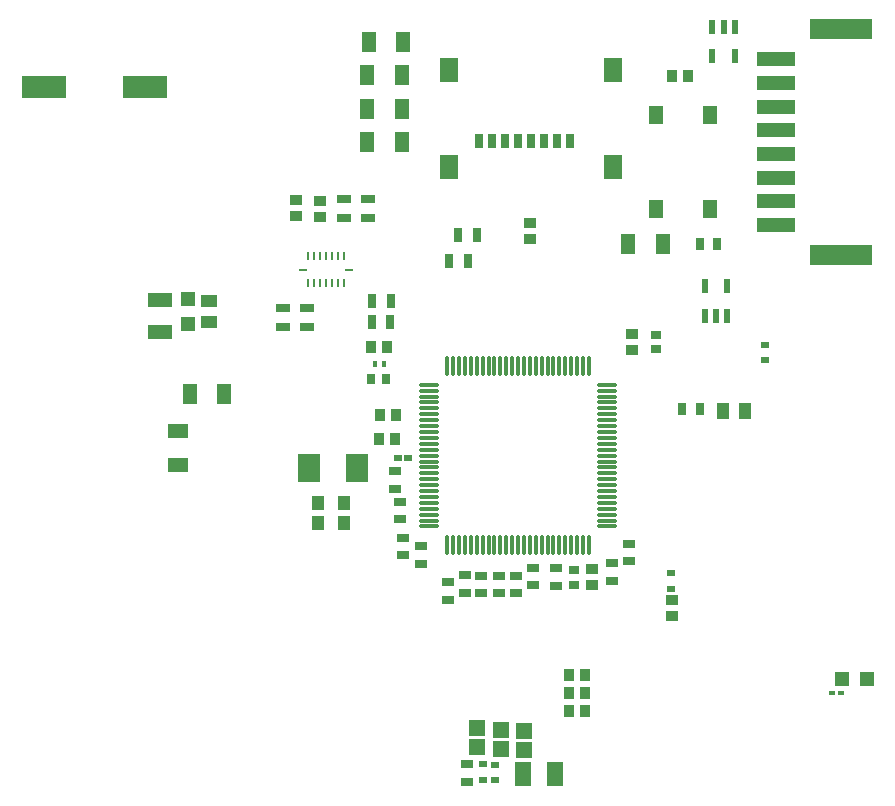
<source format=gtp>
G04*
G04 #@! TF.GenerationSoftware,Altium Limited,Altium Designer,23.5.1 (21)*
G04*
G04 Layer_Color=8421504*
%FSLAX25Y25*%
%MOIN*%
G70*
G04*
G04 #@! TF.SameCoordinates,80D67788-F2EE-4A8B-BDA7-D5AA6EA99E9C*
G04*
G04*
G04 #@! TF.FilePolarity,Positive*
G04*
G01*
G75*
%ADD18R,0.02992X0.02047*%
%ADD19R,0.03937X0.02953*%
%ADD20R,0.02985X0.03197*%
%ADD21O,0.07087X0.01181*%
%ADD22O,0.01181X0.07087*%
%ADD23R,0.03543X0.03937*%
%ADD24R,0.01575X0.01968*%
%ADD25R,0.03937X0.03543*%
%ADD26R,0.03150X0.04921*%
%ADD27R,0.04921X0.03150*%
%ADD28R,0.00984X0.02657*%
%ADD29R,0.02657X0.00984*%
%ADD30R,0.05315X0.03937*%
%ADD31R,0.08000X0.04500*%
%ADD32R,0.04724X0.04724*%
%ADD33R,0.06922X0.04551*%
%ADD34R,0.04551X0.06922*%
%ADD35R,0.07480X0.09449*%
%ADD36R,0.04331X0.04921*%
%ADD37R,0.02559X0.02362*%
%ADD38R,0.05591X0.08386*%
%ADD39R,0.05709X0.05315*%
%ADD40R,0.02165X0.01772*%
%ADD41R,0.04724X0.04724*%
%ADD42R,0.04134X0.03543*%
%ADD43R,0.03543X0.02953*%
%ADD44R,0.03963X0.05544*%
%ADD45R,0.02362X0.04528*%
%ADD46R,0.04528X0.07087*%
%ADD47R,0.03150X0.03937*%
%ADD48R,0.20866X0.06693*%
%ADD49R,0.12598X0.04724*%
%ADD50R,0.05118X0.06102*%
%ADD51R,0.03150X0.04724*%
%ADD52R,0.05906X0.07874*%
%ADD53R,0.14961X0.07677*%
%ADD54R,0.03150X0.02362*%
D18*
X365300Y381939D02*
D03*
Y386861D02*
D03*
D19*
X282400Y309953D02*
D03*
Y304047D02*
D03*
X241900Y338847D02*
D03*
Y344753D02*
D03*
X243500Y328747D02*
D03*
Y334653D02*
D03*
X244800Y322653D02*
D03*
Y316747D02*
D03*
X250600Y319853D02*
D03*
Y313947D02*
D03*
X265900Y241347D02*
D03*
Y247253D02*
D03*
X259700Y301847D02*
D03*
Y307753D02*
D03*
X265200Y310053D02*
D03*
Y304147D02*
D03*
X270800Y304047D02*
D03*
Y309953D02*
D03*
X276600D02*
D03*
Y304047D02*
D03*
X288000Y312653D02*
D03*
Y306747D02*
D03*
X295500Y312553D02*
D03*
Y306647D02*
D03*
X314200Y308147D02*
D03*
Y314053D02*
D03*
X320100Y320653D02*
D03*
Y314747D02*
D03*
D20*
X239069Y375600D02*
D03*
X234132D02*
D03*
D21*
X253276Y373622D02*
D03*
Y371654D02*
D03*
Y369685D02*
D03*
Y367717D02*
D03*
Y365748D02*
D03*
Y363779D02*
D03*
Y361811D02*
D03*
Y359842D02*
D03*
Y357874D02*
D03*
Y355906D02*
D03*
Y353937D02*
D03*
Y351969D02*
D03*
Y350000D02*
D03*
Y348031D02*
D03*
Y346063D02*
D03*
Y344094D02*
D03*
Y342126D02*
D03*
Y340158D02*
D03*
Y338189D02*
D03*
Y336221D02*
D03*
Y334252D02*
D03*
Y332283D02*
D03*
Y330315D02*
D03*
Y328346D02*
D03*
Y326378D02*
D03*
X312724D02*
D03*
Y328346D02*
D03*
Y330315D02*
D03*
Y332283D02*
D03*
Y334252D02*
D03*
Y336221D02*
D03*
Y338189D02*
D03*
Y340158D02*
D03*
Y342126D02*
D03*
Y344094D02*
D03*
Y346063D02*
D03*
Y348031D02*
D03*
Y350000D02*
D03*
Y351969D02*
D03*
Y353937D02*
D03*
Y355906D02*
D03*
Y357874D02*
D03*
Y359842D02*
D03*
Y361811D02*
D03*
Y363779D02*
D03*
Y365748D02*
D03*
Y367717D02*
D03*
Y369685D02*
D03*
Y371654D02*
D03*
Y373622D02*
D03*
D22*
X259378Y320276D02*
D03*
X261347D02*
D03*
X263315D02*
D03*
X265283D02*
D03*
X267252D02*
D03*
X269220D02*
D03*
X271189D02*
D03*
X273158D02*
D03*
X275126D02*
D03*
X277095D02*
D03*
X279063D02*
D03*
X281031D02*
D03*
X283000D02*
D03*
X284968D02*
D03*
X286937D02*
D03*
X288906D02*
D03*
X290874D02*
D03*
X292843D02*
D03*
X294811D02*
D03*
X296779D02*
D03*
X298748D02*
D03*
X300716D02*
D03*
X302685D02*
D03*
X304654D02*
D03*
X306622D02*
D03*
Y379724D02*
D03*
X304654D02*
D03*
X302685D02*
D03*
X300716D02*
D03*
X298748D02*
D03*
X296779D02*
D03*
X294811D02*
D03*
X292843D02*
D03*
X290874D02*
D03*
X288906D02*
D03*
X286937D02*
D03*
X284968D02*
D03*
X283000D02*
D03*
X281031D02*
D03*
X279063D02*
D03*
X277095D02*
D03*
X275126D02*
D03*
X273158D02*
D03*
X271189D02*
D03*
X269220D02*
D03*
X267252D02*
D03*
X265283D02*
D03*
X263315D02*
D03*
X261347D02*
D03*
X259378D02*
D03*
D23*
X241858Y355600D02*
D03*
X236543D02*
D03*
X242357Y363500D02*
D03*
X237042D02*
D03*
X234142Y386100D02*
D03*
X239458D02*
D03*
X339657Y476500D02*
D03*
X334343D02*
D03*
X305258Y276900D02*
D03*
X299942D02*
D03*
Y270900D02*
D03*
X305258D02*
D03*
X299985Y264900D02*
D03*
X305300D02*
D03*
D24*
X235225Y380700D02*
D03*
X238375D02*
D03*
D25*
X287000Y427572D02*
D03*
Y422258D02*
D03*
X217000Y429685D02*
D03*
Y435000D02*
D03*
X209000Y429843D02*
D03*
Y435157D02*
D03*
X307700Y312057D02*
D03*
Y306743D02*
D03*
X321000Y385343D02*
D03*
Y390657D02*
D03*
D26*
X234350Y401500D02*
D03*
X240650D02*
D03*
X259850Y415000D02*
D03*
X266150D02*
D03*
X269150Y423500D02*
D03*
X262850D02*
D03*
X240450Y394400D02*
D03*
X234150D02*
D03*
D27*
X233000Y435650D02*
D03*
Y429350D02*
D03*
X225000D02*
D03*
Y435650D02*
D03*
X212500Y399150D02*
D03*
Y392850D02*
D03*
X204500Y399150D02*
D03*
Y392850D02*
D03*
D28*
X213094Y416587D02*
D03*
X215063D02*
D03*
X217032D02*
D03*
X219000D02*
D03*
X220969D02*
D03*
X222937D02*
D03*
X224905D02*
D03*
Y407413D02*
D03*
X222937D02*
D03*
X220969D02*
D03*
X219000D02*
D03*
X217032D02*
D03*
X215063D02*
D03*
X213094D02*
D03*
D29*
X226539Y412000D02*
D03*
X211461D02*
D03*
D30*
X180039Y394413D02*
D03*
Y401500D02*
D03*
D31*
X163539Y391250D02*
D03*
Y401750D02*
D03*
D32*
X173039Y393823D02*
D03*
Y402091D02*
D03*
D33*
X169500Y346885D02*
D03*
Y358115D02*
D03*
D34*
X185000Y370500D02*
D03*
X173771D02*
D03*
D35*
X229471Y346000D02*
D03*
X213329D02*
D03*
D36*
X216400Y334146D02*
D03*
Y327453D02*
D03*
X224900Y334146D02*
D03*
Y327453D02*
D03*
D37*
X243027Y349200D02*
D03*
X246373D02*
D03*
D38*
X284685Y243800D02*
D03*
X295315D02*
D03*
D39*
X269300Y252950D02*
D03*
Y259250D02*
D03*
X277300Y252350D02*
D03*
Y258650D02*
D03*
X284900Y251850D02*
D03*
Y258150D02*
D03*
D40*
X387624Y270800D02*
D03*
X390576D02*
D03*
D41*
X390896Y275400D02*
D03*
X399164D02*
D03*
D42*
X334300Y296642D02*
D03*
Y301958D02*
D03*
D43*
X301700Y307038D02*
D03*
Y311762D02*
D03*
X329000Y390362D02*
D03*
Y385638D02*
D03*
D44*
X351156Y364800D02*
D03*
X358644D02*
D03*
D45*
X345260Y406421D02*
D03*
X352740D02*
D03*
Y396579D02*
D03*
X349000D02*
D03*
X345260D02*
D03*
X355240Y483079D02*
D03*
X347760D02*
D03*
Y492921D02*
D03*
X351500D02*
D03*
X355240D02*
D03*
D46*
X319693Y420500D02*
D03*
X331307D02*
D03*
X232693Y454500D02*
D03*
X244307D02*
D03*
X232693Y465500D02*
D03*
X244307D02*
D03*
Y477000D02*
D03*
X232693D02*
D03*
X244807Y488000D02*
D03*
X233193D02*
D03*
D47*
X343547Y420500D02*
D03*
X349453D02*
D03*
X337747Y365400D02*
D03*
X343653D02*
D03*
D48*
X390677Y416902D02*
D03*
Y492098D02*
D03*
D49*
X369102Y426941D02*
D03*
Y434815D02*
D03*
Y442689D02*
D03*
Y450563D02*
D03*
Y458437D02*
D03*
Y466311D02*
D03*
Y474185D02*
D03*
Y482059D02*
D03*
D50*
X346858Y463650D02*
D03*
Y432350D02*
D03*
X329142Y463650D02*
D03*
Y432350D02*
D03*
D51*
X300161Y455000D02*
D03*
X295831D02*
D03*
X291500D02*
D03*
X287169D02*
D03*
X282839D02*
D03*
X278508D02*
D03*
X274177D02*
D03*
X269847D02*
D03*
D52*
X260122Y446339D02*
D03*
X314807D02*
D03*
Y478622D02*
D03*
X260122D02*
D03*
D53*
X124902Y472835D02*
D03*
X158563D02*
D03*
D54*
X334100Y305641D02*
D03*
Y310759D02*
D03*
X275200Y246959D02*
D03*
Y241841D02*
D03*
X271200Y247159D02*
D03*
Y242041D02*
D03*
M02*

</source>
